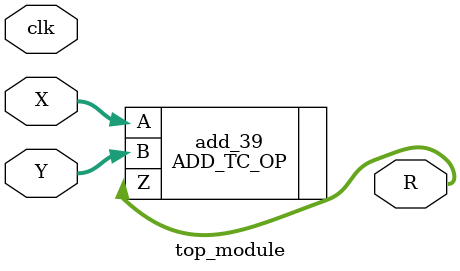
<source format=v>


module top_module ( clk, X, Y, R );
  input [31:0] X;
  input [31:0] Y;
  output [32:0] R;
  input clk;


  ADD_TC_OP add_39 ( .A(X), .B(Y), .Z(R) );
endmodule


</source>
